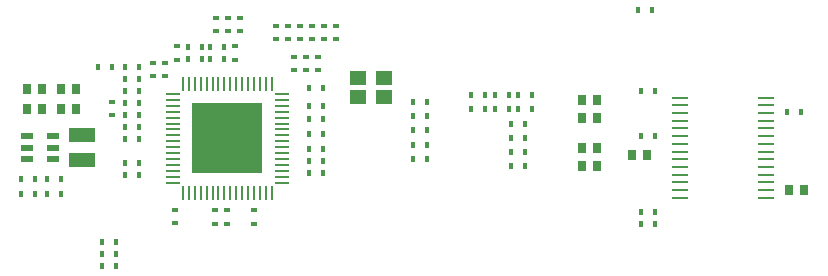
<source format=gbp>
G04*
G04 #@! TF.GenerationSoftware,Altium Limited,Altium Designer,22.8.2 (66)*
G04*
G04 Layer_Color=128*
%FSLAX44Y44*%
%MOMM*%
G71*
G04*
G04 #@! TF.SameCoordinates,0D078035-4FBF-4C44-B062-B1887B6B3753*
G04*
G04*
G04 #@! TF.FilePolarity,Positive*
G04*
G01*
G75*
%ADD55R,0.7000X0.9500*%
%ADD56R,0.3000X0.5500*%
%ADD58R,2.2200X1.2300*%
%ADD59R,0.5500X0.3000*%
%ADD60O,0.2500X1.3000*%
%ADD61O,1.3000X0.2500*%
%ADD62R,6.0000X6.0000*%
%ADD63R,1.4000X1.2000*%
%ADD64R,1.0000X0.5500*%
%ADD78O,1.4500X0.2000*%
D55*
X726290Y915670D02*
D03*
X739290D02*
D03*
X726290Y899160D02*
D03*
X739290D02*
D03*
X1355240Y830580D02*
D03*
X1342240D02*
D03*
X1179980Y866140D02*
D03*
X1166980D02*
D03*
X1179980Y891540D02*
D03*
X1166980D02*
D03*
X1222398Y859536D02*
D03*
X1209398D02*
D03*
X697080Y915670D02*
D03*
X710080D02*
D03*
X710080Y899160D02*
D03*
X697080D02*
D03*
X1179980Y906780D02*
D03*
X1166980D02*
D03*
X1179980Y850900D02*
D03*
X1166980D02*
D03*
D56*
X1217260Y914400D02*
D03*
X1228760D02*
D03*
X780380D02*
D03*
X791880D02*
D03*
X1217260Y811530D02*
D03*
X1228760D02*
D03*
X936590Y901065D02*
D03*
X948090D02*
D03*
X936590Y890778D02*
D03*
X948090D02*
D03*
X780380Y894080D02*
D03*
X791880D02*
D03*
X772830Y786130D02*
D03*
X761330D02*
D03*
X772830Y765810D02*
D03*
X761330D02*
D03*
X772830Y775970D02*
D03*
X761330D02*
D03*
X704250Y839470D02*
D03*
X692750D02*
D03*
X714340Y826770D02*
D03*
X725840D02*
D03*
X704250D02*
D03*
X692750D02*
D03*
X714340Y839470D02*
D03*
X725840D02*
D03*
X1217260Y801110D02*
D03*
X1228760D02*
D03*
X936590Y854710D02*
D03*
X948090D02*
D03*
X1035720Y856740D02*
D03*
X1024220D02*
D03*
X1035720Y892740D02*
D03*
X1024220D02*
D03*
X1035720Y880740D02*
D03*
X1024220D02*
D03*
X1035720Y868740D02*
D03*
X1024220D02*
D03*
X1118870Y886460D02*
D03*
X1107370D02*
D03*
X1119032Y874395D02*
D03*
X1107532D02*
D03*
X1217260Y875890D02*
D03*
X1228760D02*
D03*
X791880Y843280D02*
D03*
X780380D02*
D03*
X1352550Y896620D02*
D03*
X1341050D02*
D03*
X948090Y844760D02*
D03*
X936590D02*
D03*
Y864870D02*
D03*
X948090D02*
D03*
X769020Y934720D02*
D03*
X757520D02*
D03*
X852770Y941070D02*
D03*
X864270D02*
D03*
X845220D02*
D03*
X833720D02*
D03*
Y951230D02*
D03*
X845220D02*
D03*
X864270D02*
D03*
X852770D02*
D03*
X1073750Y899160D02*
D03*
X1085250D02*
D03*
X1073750Y910590D02*
D03*
X1085250D02*
D03*
X1024220Y904740D02*
D03*
X1035720D02*
D03*
X936590Y916940D02*
D03*
X948090D02*
D03*
X1105570Y899160D02*
D03*
X1094070D02*
D03*
X1105570Y910590D02*
D03*
X1094070D02*
D03*
X1118870Y850900D02*
D03*
X1107370D02*
D03*
X1124620Y910590D02*
D03*
X1113120D02*
D03*
X1124620Y899160D02*
D03*
X1113120D02*
D03*
X1118870Y862330D02*
D03*
X1107370D02*
D03*
X780380Y934720D02*
D03*
X791880D02*
D03*
X780380Y853440D02*
D03*
X791880D02*
D03*
X948090Y877570D02*
D03*
X936590D02*
D03*
X1226220Y982980D02*
D03*
X1214720D02*
D03*
X791880Y883920D02*
D03*
X780380D02*
D03*
X791880Y873760D02*
D03*
X780380D02*
D03*
X791880Y924560D02*
D03*
X780380D02*
D03*
X791880Y904240D02*
D03*
X780380D02*
D03*
D58*
X744220Y855290D02*
D03*
Y876990D02*
D03*
D59*
X822960Y813470D02*
D03*
Y801970D02*
D03*
X889550Y813290D02*
D03*
Y801790D02*
D03*
X873760Y951900D02*
D03*
Y940400D02*
D03*
X824230Y951900D02*
D03*
Y940400D02*
D03*
X857250Y964530D02*
D03*
Y976030D02*
D03*
X867410Y964530D02*
D03*
Y976030D02*
D03*
X938530Y957970D02*
D03*
Y969470D02*
D03*
X803910Y937930D02*
D03*
Y926430D02*
D03*
X814070Y937930D02*
D03*
Y926430D02*
D03*
X933450Y943010D02*
D03*
Y931510D02*
D03*
X943610Y943010D02*
D03*
Y931510D02*
D03*
X923290Y943010D02*
D03*
Y931510D02*
D03*
X958850Y969470D02*
D03*
Y957970D02*
D03*
X928370D02*
D03*
Y969470D02*
D03*
X877570Y976030D02*
D03*
Y964530D02*
D03*
X918210Y969470D02*
D03*
Y957970D02*
D03*
X908050D02*
D03*
Y969470D02*
D03*
X948690D02*
D03*
Y957970D02*
D03*
X856940Y801790D02*
D03*
Y813290D02*
D03*
X867100Y801790D02*
D03*
Y813290D02*
D03*
X769620Y893410D02*
D03*
Y904910D02*
D03*
D60*
X844550Y920040D02*
D03*
X849550D02*
D03*
X889550Y828040D02*
D03*
X884550D02*
D03*
X879550D02*
D03*
X874550D02*
D03*
X869550D02*
D03*
X864550D02*
D03*
X859550D02*
D03*
X854550D02*
D03*
X849550D02*
D03*
X844550D02*
D03*
X839550D02*
D03*
X834550D02*
D03*
X829550D02*
D03*
Y920040D02*
D03*
X839550D02*
D03*
X864550D02*
D03*
X869550D02*
D03*
X874550D02*
D03*
X879550D02*
D03*
X884550D02*
D03*
X889550D02*
D03*
X894550D02*
D03*
X899550D02*
D03*
X904550D02*
D03*
X859550D02*
D03*
X854550D02*
D03*
X834550D02*
D03*
X894550Y828040D02*
D03*
X904550D02*
D03*
X899550D02*
D03*
D61*
X913050Y911540D02*
D03*
Y906540D02*
D03*
Y901540D02*
D03*
Y896540D02*
D03*
Y891540D02*
D03*
Y886540D02*
D03*
Y881540D02*
D03*
Y876540D02*
D03*
Y866540D02*
D03*
Y856540D02*
D03*
Y846540D02*
D03*
Y841540D02*
D03*
Y836540D02*
D03*
X821050D02*
D03*
Y841540D02*
D03*
Y846540D02*
D03*
Y851540D02*
D03*
Y856540D02*
D03*
Y861540D02*
D03*
Y866540D02*
D03*
Y871540D02*
D03*
Y876540D02*
D03*
Y881540D02*
D03*
Y886540D02*
D03*
Y896540D02*
D03*
Y901540D02*
D03*
Y906540D02*
D03*
Y911540D02*
D03*
Y891540D02*
D03*
X913050Y851540D02*
D03*
Y861540D02*
D03*
Y871540D02*
D03*
D62*
X867050Y874040D02*
D03*
D63*
X977900Y909320D02*
D03*
Y925320D02*
D03*
X999900Y909320D02*
D03*
Y925320D02*
D03*
D64*
X719650Y856640D02*
D03*
Y866140D02*
D03*
Y875640D02*
D03*
X697670D02*
D03*
Y866140D02*
D03*
Y856640D02*
D03*
D78*
X1322760Y875890D02*
D03*
Y862890D02*
D03*
Y830390D02*
D03*
X1250260Y908390D02*
D03*
Y901890D02*
D03*
Y875890D02*
D03*
Y869390D02*
D03*
Y862890D02*
D03*
Y856390D02*
D03*
Y849890D02*
D03*
Y823890D02*
D03*
X1322760Y882390D02*
D03*
Y888890D02*
D03*
Y908390D02*
D03*
Y823890D02*
D03*
Y869390D02*
D03*
Y856390D02*
D03*
Y849890D02*
D03*
Y895390D02*
D03*
X1250260Y888890D02*
D03*
X1322760Y836890D02*
D03*
Y843390D02*
D03*
X1250260D02*
D03*
X1322760Y901890D02*
D03*
X1250260Y895390D02*
D03*
Y836890D02*
D03*
Y882390D02*
D03*
Y830390D02*
D03*
M02*

</source>
